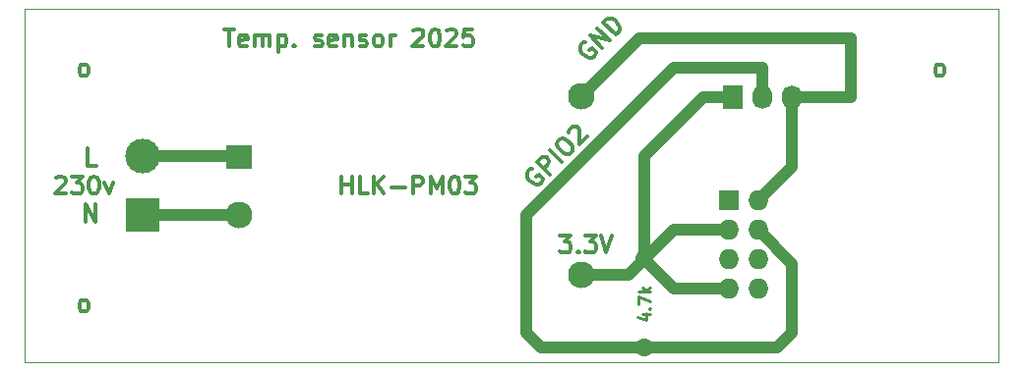
<source format=gbr>
%TF.GenerationSoftware,KiCad,Pcbnew,6.0.2+dfsg-1*%
%TF.CreationDate,2025-12-05T10:54:58+01:00*%
%TF.ProjectId,PowerRegulationSchema,506f7765-7252-4656-9775-6c6174696f6e,rev?*%
%TF.SameCoordinates,Original*%
%TF.FileFunction,Copper,L1,Top*%
%TF.FilePolarity,Positive*%
%FSLAX46Y46*%
G04 Gerber Fmt 4.6, Leading zero omitted, Abs format (unit mm)*
G04 Created by KiCad (PCBNEW 6.0.2+dfsg-1) date 2025-12-05 10:54:58*
%MOMM*%
%LPD*%
G01*
G04 APERTURE LIST*
%TA.AperFunction,Profile*%
%ADD10C,0.100000*%
%TD*%
%ADD11C,0.300000*%
%TA.AperFunction,NonConductor*%
%ADD12C,0.300000*%
%TD*%
%ADD13C,0.250000*%
%TA.AperFunction,NonConductor*%
%ADD14C,0.250000*%
%TD*%
%TA.AperFunction,ComponentPad*%
%ADD15R,1.730000X2.030000*%
%TD*%
%TA.AperFunction,ComponentPad*%
%ADD16O,1.730000X2.030000*%
%TD*%
%TA.AperFunction,ComponentPad*%
%ADD17R,2.300000X2.000000*%
%TD*%
%TA.AperFunction,ComponentPad*%
%ADD18C,2.300000*%
%TD*%
%TA.AperFunction,ComponentPad*%
%ADD19C,1.600000*%
%TD*%
%TA.AperFunction,ComponentPad*%
%ADD20O,1.600000X1.600000*%
%TD*%
%TA.AperFunction,ComponentPad*%
%ADD21R,1.727200X1.727200*%
%TD*%
%TA.AperFunction,ComponentPad*%
%ADD22O,1.727200X1.727200*%
%TD*%
%TA.AperFunction,ComponentPad*%
%ADD23R,3.000000X3.000000*%
%TD*%
%TA.AperFunction,ComponentPad*%
%ADD24C,3.000000*%
%TD*%
%TA.AperFunction,Conductor*%
%ADD25C,1.000000*%
%TD*%
G04 APERTURE END LIST*
D10*
X48260000Y-73660000D02*
X132080000Y-73660000D01*
X132080000Y-73660000D02*
X132080000Y-104140000D01*
X132080000Y-104140000D02*
X48260000Y-104140000D01*
X48260000Y-104140000D02*
X48260000Y-73660000D01*
D11*
D12*
X94305714Y-93158571D02*
X95234285Y-93158571D01*
X94734285Y-93730000D01*
X94948571Y-93730000D01*
X95091428Y-93801428D01*
X95162857Y-93872857D01*
X95234285Y-94015714D01*
X95234285Y-94372857D01*
X95162857Y-94515714D01*
X95091428Y-94587142D01*
X94948571Y-94658571D01*
X94520000Y-94658571D01*
X94377142Y-94587142D01*
X94305714Y-94515714D01*
X95877142Y-94515714D02*
X95948571Y-94587142D01*
X95877142Y-94658571D01*
X95805714Y-94587142D01*
X95877142Y-94515714D01*
X95877142Y-94658571D01*
X96448571Y-93158571D02*
X97377142Y-93158571D01*
X96877142Y-93730000D01*
X97091428Y-93730000D01*
X97234285Y-93801428D01*
X97305714Y-93872857D01*
X97377142Y-94015714D01*
X97377142Y-94372857D01*
X97305714Y-94515714D01*
X97234285Y-94587142D01*
X97091428Y-94658571D01*
X96662857Y-94658571D01*
X96520000Y-94587142D01*
X96448571Y-94515714D01*
X97805714Y-93158571D02*
X98305714Y-94658571D01*
X98805714Y-93158571D01*
D11*
D12*
X53232857Y-79418571D02*
X53090000Y-79347142D01*
X53018571Y-79275714D01*
X52947142Y-79132857D01*
X52947142Y-78704285D01*
X53018571Y-78561428D01*
X53090000Y-78490000D01*
X53232857Y-78418571D01*
X53447142Y-78418571D01*
X53590000Y-78490000D01*
X53661428Y-78561428D01*
X53732857Y-78704285D01*
X53732857Y-79132857D01*
X53661428Y-79275714D01*
X53590000Y-79347142D01*
X53447142Y-79418571D01*
X53232857Y-79418571D01*
D11*
D12*
X54375714Y-87163571D02*
X53661428Y-87163571D01*
X53661428Y-85663571D01*
X50911428Y-88221428D02*
X50982857Y-88150000D01*
X51125714Y-88078571D01*
X51482857Y-88078571D01*
X51625714Y-88150000D01*
X51697142Y-88221428D01*
X51768571Y-88364285D01*
X51768571Y-88507142D01*
X51697142Y-88721428D01*
X50840000Y-89578571D01*
X51768571Y-89578571D01*
X52268571Y-88078571D02*
X53197142Y-88078571D01*
X52697142Y-88650000D01*
X52911428Y-88650000D01*
X53054285Y-88721428D01*
X53125714Y-88792857D01*
X53197142Y-88935714D01*
X53197142Y-89292857D01*
X53125714Y-89435714D01*
X53054285Y-89507142D01*
X52911428Y-89578571D01*
X52482857Y-89578571D01*
X52340000Y-89507142D01*
X52268571Y-89435714D01*
X54125714Y-88078571D02*
X54268571Y-88078571D01*
X54411428Y-88150000D01*
X54482857Y-88221428D01*
X54554285Y-88364285D01*
X54625714Y-88650000D01*
X54625714Y-89007142D01*
X54554285Y-89292857D01*
X54482857Y-89435714D01*
X54411428Y-89507142D01*
X54268571Y-89578571D01*
X54125714Y-89578571D01*
X53982857Y-89507142D01*
X53911428Y-89435714D01*
X53840000Y-89292857D01*
X53768571Y-89007142D01*
X53768571Y-88650000D01*
X53840000Y-88364285D01*
X53911428Y-88221428D01*
X53982857Y-88150000D01*
X54125714Y-88078571D01*
X55125714Y-88578571D02*
X55482857Y-89578571D01*
X55840000Y-88578571D01*
X53482857Y-91993571D02*
X53482857Y-90493571D01*
X54340000Y-91993571D01*
X54340000Y-90493571D01*
D11*
D12*
X96451547Y-76477791D02*
X96300024Y-76528299D01*
X96148502Y-76679822D01*
X96047486Y-76881852D01*
X96047486Y-77083883D01*
X96097994Y-77235406D01*
X96249517Y-77487944D01*
X96401040Y-77639467D01*
X96653578Y-77790990D01*
X96805101Y-77841497D01*
X97007131Y-77841497D01*
X97209162Y-77740482D01*
X97310177Y-77639467D01*
X97411192Y-77437436D01*
X97411192Y-77336421D01*
X97057639Y-76982868D01*
X96855608Y-77184898D01*
X97966776Y-76982868D02*
X96906116Y-75922208D01*
X98572868Y-76376776D01*
X97512208Y-75316116D01*
X99077944Y-75871700D02*
X98017284Y-74811040D01*
X98269822Y-74558502D01*
X98471852Y-74457486D01*
X98673883Y-74457486D01*
X98825406Y-74507994D01*
X99077944Y-74659517D01*
X99229467Y-74811040D01*
X99380990Y-75063578D01*
X99431497Y-75215101D01*
X99431497Y-75417131D01*
X99330482Y-75619162D01*
X99077944Y-75871700D01*
D11*
D12*
X91883933Y-87395406D02*
X91732410Y-87445913D01*
X91580887Y-87597436D01*
X91479872Y-87799467D01*
X91479872Y-88001497D01*
X91530380Y-88153020D01*
X91681902Y-88405558D01*
X91833425Y-88557081D01*
X92085963Y-88708604D01*
X92237486Y-88759112D01*
X92439517Y-88759112D01*
X92641547Y-88658097D01*
X92742563Y-88557081D01*
X92843578Y-88355051D01*
X92843578Y-88254036D01*
X92490024Y-87900482D01*
X92287994Y-88102513D01*
X93399162Y-87900482D02*
X92338502Y-86839822D01*
X92742563Y-86435761D01*
X92894086Y-86385253D01*
X92995101Y-86385253D01*
X93146624Y-86435761D01*
X93298147Y-86587284D01*
X93348654Y-86738807D01*
X93348654Y-86839822D01*
X93298147Y-86991345D01*
X92894086Y-87395406D01*
X94459822Y-86839822D02*
X93399162Y-85779162D01*
X94106269Y-85072055D02*
X94308299Y-84870024D01*
X94459822Y-84819517D01*
X94661852Y-84819517D01*
X94914391Y-84971040D01*
X95267944Y-85324593D01*
X95419467Y-85577131D01*
X95419467Y-85779162D01*
X95368959Y-85930685D01*
X95166929Y-86132715D01*
X95015406Y-86183223D01*
X94813375Y-86183223D01*
X94560837Y-86031700D01*
X94207284Y-85678147D01*
X94055761Y-85425608D01*
X94055761Y-85223578D01*
X94106269Y-85072055D01*
X95065913Y-84314441D02*
X95065913Y-84213425D01*
X95116421Y-84061902D01*
X95368959Y-83809364D01*
X95520482Y-83758857D01*
X95621497Y-83758857D01*
X95773020Y-83809364D01*
X95874036Y-83910380D01*
X95975051Y-84112410D01*
X95975051Y-85324593D01*
X96631650Y-84667994D01*
D11*
D12*
X65414285Y-75378571D02*
X66271428Y-75378571D01*
X65842857Y-76878571D02*
X65842857Y-75378571D01*
X67342857Y-76807142D02*
X67200000Y-76878571D01*
X66914285Y-76878571D01*
X66771428Y-76807142D01*
X66699999Y-76664285D01*
X66699999Y-76092857D01*
X66771428Y-75950000D01*
X66914285Y-75878571D01*
X67200000Y-75878571D01*
X67342857Y-75950000D01*
X67414285Y-76092857D01*
X67414285Y-76235714D01*
X66699999Y-76378571D01*
X68057142Y-76878571D02*
X68057142Y-75878571D01*
X68057142Y-76021428D02*
X68128571Y-75950000D01*
X68271428Y-75878571D01*
X68485714Y-75878571D01*
X68628571Y-75950000D01*
X68700000Y-76092857D01*
X68700000Y-76878571D01*
X68700000Y-76092857D02*
X68771428Y-75950000D01*
X68914285Y-75878571D01*
X69128571Y-75878571D01*
X69271428Y-75950000D01*
X69342857Y-76092857D01*
X69342857Y-76878571D01*
X70057142Y-75878571D02*
X70057142Y-77378571D01*
X70057142Y-75950000D02*
X70200000Y-75878571D01*
X70485714Y-75878571D01*
X70628571Y-75950000D01*
X70700000Y-76021428D01*
X70771428Y-76164285D01*
X70771428Y-76592857D01*
X70700000Y-76735714D01*
X70628571Y-76807142D01*
X70485714Y-76878571D01*
X70200000Y-76878571D01*
X70057142Y-76807142D01*
X71414285Y-76735714D02*
X71485714Y-76807142D01*
X71414285Y-76878571D01*
X71342857Y-76807142D01*
X71414285Y-76735714D01*
X71414285Y-76878571D01*
X73200000Y-76807142D02*
X73342857Y-76878571D01*
X73628571Y-76878571D01*
X73771428Y-76807142D01*
X73842857Y-76664285D01*
X73842857Y-76592857D01*
X73771428Y-76450000D01*
X73628571Y-76378571D01*
X73414285Y-76378571D01*
X73271428Y-76307142D01*
X73200000Y-76164285D01*
X73200000Y-76092857D01*
X73271428Y-75950000D01*
X73414285Y-75878571D01*
X73628571Y-75878571D01*
X73771428Y-75950000D01*
X75057142Y-76807142D02*
X74914285Y-76878571D01*
X74628571Y-76878571D01*
X74485714Y-76807142D01*
X74414285Y-76664285D01*
X74414285Y-76092857D01*
X74485714Y-75950000D01*
X74628571Y-75878571D01*
X74914285Y-75878571D01*
X75057142Y-75950000D01*
X75128571Y-76092857D01*
X75128571Y-76235714D01*
X74414285Y-76378571D01*
X75771428Y-75878571D02*
X75771428Y-76878571D01*
X75771428Y-76021428D02*
X75842857Y-75950000D01*
X75985714Y-75878571D01*
X76200000Y-75878571D01*
X76342857Y-75950000D01*
X76414285Y-76092857D01*
X76414285Y-76878571D01*
X77057142Y-76807142D02*
X77200000Y-76878571D01*
X77485714Y-76878571D01*
X77628571Y-76807142D01*
X77700000Y-76664285D01*
X77700000Y-76592857D01*
X77628571Y-76450000D01*
X77485714Y-76378571D01*
X77271428Y-76378571D01*
X77128571Y-76307142D01*
X77057142Y-76164285D01*
X77057142Y-76092857D01*
X77128571Y-75950000D01*
X77271428Y-75878571D01*
X77485714Y-75878571D01*
X77628571Y-75950000D01*
X78557142Y-76878571D02*
X78414285Y-76807142D01*
X78342857Y-76735714D01*
X78271428Y-76592857D01*
X78271428Y-76164285D01*
X78342857Y-76021428D01*
X78414285Y-75950000D01*
X78557142Y-75878571D01*
X78771428Y-75878571D01*
X78914285Y-75950000D01*
X78985714Y-76021428D01*
X79057142Y-76164285D01*
X79057142Y-76592857D01*
X78985714Y-76735714D01*
X78914285Y-76807142D01*
X78771428Y-76878571D01*
X78557142Y-76878571D01*
X79700000Y-76878571D02*
X79700000Y-75878571D01*
X79700000Y-76164285D02*
X79771428Y-76021428D01*
X79842857Y-75950000D01*
X79985714Y-75878571D01*
X80128571Y-75878571D01*
X81700000Y-75521428D02*
X81771428Y-75450000D01*
X81914285Y-75378571D01*
X82271428Y-75378571D01*
X82414285Y-75450000D01*
X82485714Y-75521428D01*
X82557142Y-75664285D01*
X82557142Y-75807142D01*
X82485714Y-76021428D01*
X81628571Y-76878571D01*
X82557142Y-76878571D01*
X83485714Y-75378571D02*
X83628571Y-75378571D01*
X83771428Y-75450000D01*
X83842857Y-75521428D01*
X83914285Y-75664285D01*
X83985714Y-75950000D01*
X83985714Y-76307142D01*
X83914285Y-76592857D01*
X83842857Y-76735714D01*
X83771428Y-76807142D01*
X83628571Y-76878571D01*
X83485714Y-76878571D01*
X83342857Y-76807142D01*
X83271428Y-76735714D01*
X83200000Y-76592857D01*
X83128571Y-76307142D01*
X83128571Y-75950000D01*
X83200000Y-75664285D01*
X83271428Y-75521428D01*
X83342857Y-75450000D01*
X83485714Y-75378571D01*
X84557142Y-75521428D02*
X84628571Y-75450000D01*
X84771428Y-75378571D01*
X85128571Y-75378571D01*
X85271428Y-75450000D01*
X85342857Y-75521428D01*
X85414285Y-75664285D01*
X85414285Y-75807142D01*
X85342857Y-76021428D01*
X84485714Y-76878571D01*
X85414285Y-76878571D01*
X86771428Y-75378571D02*
X86057142Y-75378571D01*
X85985714Y-76092857D01*
X86057142Y-76021428D01*
X86200000Y-75950000D01*
X86557142Y-75950000D01*
X86700000Y-76021428D01*
X86771428Y-76092857D01*
X86842857Y-76235714D01*
X86842857Y-76592857D01*
X86771428Y-76735714D01*
X86700000Y-76807142D01*
X86557142Y-76878571D01*
X86200000Y-76878571D01*
X86057142Y-76807142D01*
X85985714Y-76735714D01*
D11*
D12*
X126892857Y-79418571D02*
X126750000Y-79347142D01*
X126678571Y-79275714D01*
X126607142Y-79132857D01*
X126607142Y-78704285D01*
X126678571Y-78561428D01*
X126750000Y-78490000D01*
X126892857Y-78418571D01*
X127107142Y-78418571D01*
X127250000Y-78490000D01*
X127321428Y-78561428D01*
X127392857Y-78704285D01*
X127392857Y-79132857D01*
X127321428Y-79275714D01*
X127250000Y-79347142D01*
X127107142Y-79418571D01*
X126892857Y-79418571D01*
D11*
D12*
X75530000Y-89578571D02*
X75530000Y-88078571D01*
X75530000Y-88792857D02*
X76387142Y-88792857D01*
X76387142Y-89578571D02*
X76387142Y-88078571D01*
X77815714Y-89578571D02*
X77101428Y-89578571D01*
X77101428Y-88078571D01*
X78315714Y-89578571D02*
X78315714Y-88078571D01*
X79172857Y-89578571D02*
X78530000Y-88721428D01*
X79172857Y-88078571D02*
X78315714Y-88935714D01*
X79815714Y-89007142D02*
X80958571Y-89007142D01*
X81672857Y-89578571D02*
X81672857Y-88078571D01*
X82244285Y-88078571D01*
X82387142Y-88150000D01*
X82458571Y-88221428D01*
X82530000Y-88364285D01*
X82530000Y-88578571D01*
X82458571Y-88721428D01*
X82387142Y-88792857D01*
X82244285Y-88864285D01*
X81672857Y-88864285D01*
X83172857Y-89578571D02*
X83172857Y-88078571D01*
X83672857Y-89150000D01*
X84172857Y-88078571D01*
X84172857Y-89578571D01*
X85172857Y-88078571D02*
X85315714Y-88078571D01*
X85458571Y-88150000D01*
X85530000Y-88221428D01*
X85601428Y-88364285D01*
X85672857Y-88650000D01*
X85672857Y-89007142D01*
X85601428Y-89292857D01*
X85530000Y-89435714D01*
X85458571Y-89507142D01*
X85315714Y-89578571D01*
X85172857Y-89578571D01*
X85030000Y-89507142D01*
X84958571Y-89435714D01*
X84887142Y-89292857D01*
X84815714Y-89007142D01*
X84815714Y-88650000D01*
X84887142Y-88364285D01*
X84958571Y-88221428D01*
X85030000Y-88150000D01*
X85172857Y-88078571D01*
X86172857Y-88078571D02*
X87101428Y-88078571D01*
X86601428Y-88650000D01*
X86815714Y-88650000D01*
X86958571Y-88721428D01*
X87030000Y-88792857D01*
X87101428Y-88935714D01*
X87101428Y-89292857D01*
X87030000Y-89435714D01*
X86958571Y-89507142D01*
X86815714Y-89578571D01*
X86387142Y-89578571D01*
X86244285Y-89507142D01*
X86172857Y-89435714D01*
D11*
D12*
X53232857Y-99738571D02*
X53090000Y-99667142D01*
X53018571Y-99595714D01*
X52947142Y-99452857D01*
X52947142Y-99024285D01*
X53018571Y-98881428D01*
X53090000Y-98810000D01*
X53232857Y-98738571D01*
X53447142Y-98738571D01*
X53590000Y-98810000D01*
X53661428Y-98881428D01*
X53732857Y-99024285D01*
X53732857Y-99452857D01*
X53661428Y-99595714D01*
X53590000Y-99667142D01*
X53447142Y-99738571D01*
X53232857Y-99738571D01*
D13*
D14*
X101385714Y-99988571D02*
X102052380Y-99988571D01*
X101004761Y-100226666D02*
X101719047Y-100464761D01*
X101719047Y-99845714D01*
X101957142Y-99464761D02*
X102004761Y-99417142D01*
X102052380Y-99464761D01*
X102004761Y-99512380D01*
X101957142Y-99464761D01*
X102052380Y-99464761D01*
X101052380Y-99083809D02*
X101052380Y-98417142D01*
X102052380Y-98845714D01*
X102052380Y-98036190D02*
X101052380Y-98036190D01*
X101671428Y-97940952D02*
X102052380Y-97655238D01*
X101385714Y-97655238D02*
X101766666Y-98036190D01*
D15*
%TO.P,J2,1,Pin_1*%
%TO.N,/3.3V*%
X109220000Y-81280000D03*
D16*
%TO.P,J2,2,Pin_2*%
%TO.N,/GPO2*%
X111760000Y-81280000D03*
%TO.P,J2,3,Pin_3*%
%TO.N,/GND*%
X114300000Y-81280000D03*
%TD*%
D17*
%TO.P,PS1,1,AC/L*%
%TO.N,Net-(J1-Pad2)*%
X66717500Y-86400000D03*
D18*
%TO.P,PS1,2,AC/N*%
%TO.N,Net-(J1-Pad1)*%
X66717500Y-91400000D03*
%TO.P,PS1,3,-Vout*%
%TO.N,/GND*%
X96117500Y-81200000D03*
%TO.P,PS1,4,+Vout*%
%TO.N,/3.3V*%
X96117500Y-96600000D03*
%TD*%
D19*
%TO.P,R2,1*%
%TO.N,/GPO2*%
X101600000Y-102870000D03*
D20*
%TO.P,R2,2*%
%TO.N,/3.3V*%
X101600000Y-95250000D03*
%TD*%
D21*
%TO.P,U1,1,UTXD*%
%TO.N,unconnected-(U1-Pad1)*%
X108839000Y-90170000D03*
D22*
%TO.P,U1,2,GND*%
%TO.N,/GND*%
X111379000Y-90170000D03*
%TO.P,U1,3,CH_PD*%
%TO.N,/3.3V*%
X108839000Y-92710000D03*
%TO.P,U1,4,GPIO2*%
%TO.N,/GPO2*%
X111379000Y-92710000D03*
%TO.P,U1,5,RST*%
%TO.N,unconnected-(U1-Pad5)*%
X108839000Y-95250000D03*
%TO.P,U1,6,GPIO0*%
%TO.N,unconnected-(U1-Pad6)*%
X111379000Y-95250000D03*
%TO.P,U1,7,VCC*%
%TO.N,/3.3V*%
X108839000Y-97790000D03*
%TO.P,U1,8,URXD*%
%TO.N,unconnected-(U1-Pad8)*%
X111379000Y-97790000D03*
%TD*%
D23*
%TO.P,J1,1,Pin_1*%
%TO.N,Net-(J1-Pad1)*%
X58420000Y-91440000D03*
D24*
%TO.P,J1,2,Pin_2*%
%TO.N,Net-(J1-Pad2)*%
X58420000Y-86360000D03*
%TD*%
D25*
%TO.N,/GND*%
X119380000Y-81280000D02*
X114300000Y-81280000D01*
X96117500Y-81200000D02*
X101117500Y-76200000D01*
X111379000Y-90170000D02*
X114300000Y-87249000D01*
X119380000Y-76200000D02*
X119380000Y-81280000D01*
X101117500Y-76200000D02*
X119380000Y-76200000D01*
X114300000Y-87249000D02*
X114300000Y-81280000D01*
%TO.N,Net-(J1-Pad1)*%
X58420000Y-91440000D02*
X66677500Y-91440000D01*
X66677500Y-91440000D02*
X66717500Y-91400000D01*
%TO.N,Net-(J1-Pad2)*%
X58420000Y-86360000D02*
X66677500Y-86360000D01*
X66677500Y-86360000D02*
X66717500Y-86400000D01*
%TO.N,/3.3V*%
X101600000Y-95250000D02*
X104140000Y-97790000D01*
X100250000Y-96600000D02*
X101600000Y-95250000D01*
X101600000Y-95250000D02*
X101600000Y-86360000D01*
X101600000Y-95250000D02*
X104140000Y-92710000D01*
X104140000Y-92710000D02*
X108839000Y-92710000D01*
X101600000Y-86360000D02*
X106680000Y-81280000D01*
X104140000Y-97790000D02*
X108839000Y-97790000D01*
X96117500Y-96600000D02*
X100250000Y-96600000D01*
X106680000Y-81280000D02*
X109220000Y-81280000D01*
%TO.N,/GPO2*%
X91440000Y-91440000D02*
X104140000Y-78740000D01*
X111760000Y-78740000D02*
X111760000Y-81280000D01*
X91440000Y-101600000D02*
X91440000Y-91440000D01*
X104140000Y-78740000D02*
X111760000Y-78740000D01*
X101600000Y-102870000D02*
X92710000Y-102870000D01*
X92710000Y-102870000D02*
X91440000Y-101600000D01*
X113030000Y-102870000D02*
X114300000Y-101600000D01*
X101600000Y-102870000D02*
X113030000Y-102870000D01*
X114300000Y-95631000D02*
X111379000Y-92710000D01*
X114300000Y-101600000D02*
X114300000Y-95631000D01*
%TD*%
M02*

</source>
